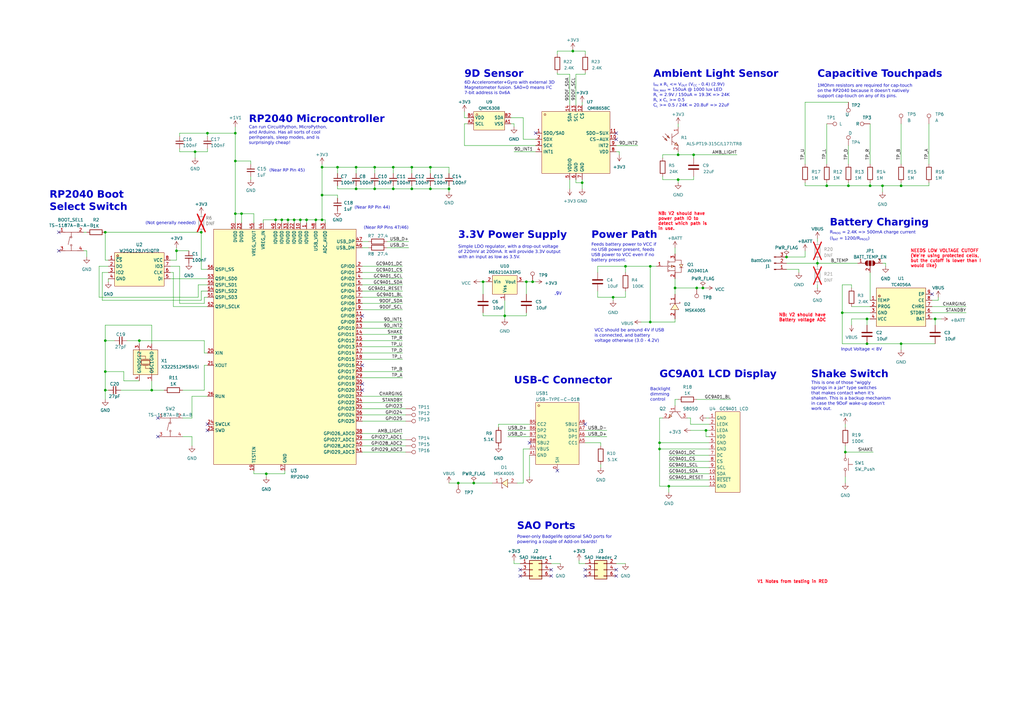
<source format=kicad_sch>
(kicad_sch (version 20230121) (generator eeschema)
  (paper "A3")
  (title_block (title "Magic 8-Badge") (date "2023-11-04") (rev "v1 ") (company "Designed by Tyler Crumpton (CrumpSpace)") (comment 1 "Copyright Tyler Crumpton, 2023 ") (comment 2 "Licensed under CERN-OHL-P version 2") (comment 3 "PhreakNIC 2023 Edition"))
  (junction (at 289.56 176.53))
  (junction (at 345.44 128.27))
  (junction (at 99.06 87.63))
  (junction (at 161.29 77.47))
  (junction (at 43.18 95.25))
  (junction (at 132.08 80.01))
  (junction (at 347.98 76.2))
  (junction (at 322.58 105.41))
  (junction (at 361.95 76.2))
  (junction (at 238.76 74.93))
  (junction (at 335.28 107.95))
  (junction (at 72.39 102.87))
  (junction (at 278.13 73.66))
  (junction (at 284.48 63.5))
  (junction (at 132.08 90.17))
  (junction (at 43.18 139.7))
  (junction (at 285.75 118.11))
  (junction (at 120.65 90.17))
  (junction (at 187.96 198.12))
  (junction (at 369.57 76.2))
  (junction (at 274.32 199.39))
  (junction (at 218.44 115.57))
  (junction (at 355.6 130.81))
  (junction (at 80.01 62.23))
  (junction (at 176.53 77.47))
  (junction (at 168.91 77.47))
  (junction (at 96.52 54.61))
  (junction (at 339.09 76.2))
  (junction (at 288.29 118.11))
  (junction (at 276.86 118.11))
  (junction (at 62.23 160.02))
  (junction (at 256.54 109.22))
  (junction (at 346.71 185.42))
  (junction (at 266.7 109.22))
  (junction (at 176.53 68.58))
  (junction (at 369.57 140.97))
  (junction (at 85.09 54.61))
  (junction (at 270.51 181.61))
  (junction (at 123.19 90.17))
  (junction (at 184.15 77.47))
  (junction (at 270.51 184.15))
  (junction (at 43.18 152.4))
  (junction (at 153.67 77.47))
  (junction (at 96.52 87.63))
  (junction (at 96.52 66.04))
  (junction (at 146.05 77.47))
  (junction (at 266.7 132.08))
  (junction (at 138.43 68.58))
  (junction (at 146.05 68.58))
  (junction (at 356.87 76.2))
  (junction (at 168.91 68.58))
  (junction (at 57.15 139.7))
  (junction (at 198.12 115.57))
  (junction (at 215.9 115.57))
  (junction (at 234.95 20.955))
  (junction (at 43.18 160.02))
  (junction (at 278.13 63.5))
  (junction (at 207.01 129.54))
  (junction (at 118.11 90.17))
  (junction (at 129.54 90.17))
  (junction (at 153.67 68.58))
  (junction (at 115.57 90.17))
  (junction (at 109.22 194.31))
  (junction (at 132.08 68.58))
  (junction (at 383.54 130.81))
  (junction (at 161.29 68.58))
  (junction (at 251.46 121.92))
  (junction (at 125.73 90.17))
  (junction (at 355.6 140.97))
  (junction (at 113.03 90.17))
  (junction (at 82.55 95.25))
  (junction (at 194.31 198.12))
  (no_connect (at 252.73 57.15))
  (no_connect (at 24.13 102.87))
  (no_connect (at 252.73 233.68))
  (no_connect (at 148.59 129.54))
  (no_connect (at 219.71 54.61))
  (no_connect (at 148.59 157.48))
  (no_connect (at 382.27 120.65))
  (no_connect (at 240.03 233.68))
  (no_connect (at 240.03 173.99))
  (no_connect (at 148.59 149.86))
  (no_connect (at 85.09 176.53))
  (no_connect (at 148.59 160.02))
  (no_connect (at 252.73 54.61))
  (no_connect (at 85.09 173.99))
  (no_connect (at 213.36 233.68))
  (no_connect (at 226.06 236.22))
  (no_connect (at 64.77 179.07))
  (no_connect (at 240.03 236.22))
  (no_connect (at 64.77 171.45))
  (no_connect (at 252.73 236.22))
  (no_connect (at 213.36 236.22))
  (no_connect (at 217.17 181.61))
  (no_connect (at 226.06 233.68))
  (no_connect (at 228.6 193.04))
  (no_connect (at 24.13 95.25))
  (wire (pts (xy 158.75 99.06) (xy 167.64 99.06)))
  (wire (pts (xy 346.71 182.88) (xy 346.71 185.42)))
  (wire (pts (xy 82.55 95.25) (xy 82.55 110.49)))
  (wire (pts (xy 109.22 194.31) (xy 116.84 194.31)))
  (wire (pts (xy 148.59 167.64) (xy 166.37 167.64)))
  (wire (pts (xy 148.59 114.3) (xy 165.1 114.3)))
  (wire (pts (xy 99.06 87.63) (xy 96.52 87.63)))
  (wire (pts (xy 276.86 163.83) (xy 276.86 166.37)))
  (wire (pts (xy 238.76 41.91) (xy 238.76 43.18)))
  (wire (pts (xy 148.59 101.6) (xy 151.13 101.6)))
  (wire (pts (xy 69.85 106.68) (xy 72.39 106.68)))
  (wire (pts (xy 148.59 124.46) (xy 165.1 124.46)))
  (wire (pts (xy 72.39 102.87) (xy 72.39 106.68)))
  (wire (pts (xy 146.05 77.47) (xy 153.67 77.47)))
  (wire (pts (xy 190.5 48.26) (xy 190.5 45.72)))
  (wire (pts (xy 176.53 68.58) (xy 184.15 68.58)))
  (wire (pts (xy 236.22 74.93) (xy 236.22 73.66)))
  (wire (pts (xy 161.29 68.58) (xy 168.91 68.58)))
  (wire (pts (xy 237.49 231.14) (xy 240.03 231.14)))
  (wire (pts (xy 289.56 176.53) (xy 289.56 179.07)))
  (wire (pts (xy 190.5 50.8) (xy 190.5 59.69)))
  (wire (pts (xy 148.59 172.72) (xy 166.37 172.72)))
  (wire (pts (xy 40.64 109.22) (xy 40.64 121.92)))
  (wire (pts (xy 384.81 123.19) (xy 384.81 121.92)))
  (wire (pts (xy 240.03 179.07) (xy 248.92 179.07)))
  (wire (pts (xy 226.06 231.14) (xy 229.87 231.14)))
  (wire (pts (xy 153.67 68.58) (xy 161.29 68.58)))
  (wire (pts (xy 104.14 194.31) (xy 109.22 194.31)))
  (wire (pts (xy 78.74 179.07) (xy 74.93 179.07)))
  (wire (pts (xy 57.15 139.7) (xy 57.15 140.97)))
  (wire (pts (xy 132.08 67.31) (xy 132.08 68.58)))
  (wire (pts (xy 214.63 57.15) (xy 219.71 57.15)))
  (wire (pts (xy 83.82 149.86) (xy 85.09 149.86)))
  (wire (pts (xy 284.48 63.5) (xy 284.48 64.77)))
  (wire (pts (xy 369.57 140.97) (xy 369.57 143.51)))
  (wire (pts (xy 330.2 67.31) (xy 330.2 41.91)))
  (wire (pts (xy 133.35 90.17) (xy 133.35 91.44)))
  (wire (pts (xy 194.31 198.12) (xy 201.93 198.12)))
  (wire (pts (xy 73.66 124.46) (xy 83.82 124.46)))
  (wire (pts (xy 208.28 179.07) (xy 217.17 179.07)))
  (wire (pts (xy 369.57 140.97) (xy 383.54 140.97)))
  (wire (pts (xy 234.95 20.955) (xy 234.95 20.32)))
  (wire (pts (xy 271.78 72.39) (xy 271.78 73.66)))
  (wire (pts (xy 35.56 102.87) (xy 35.56 105.41)))
  (wire (pts (xy 161.29 68.58) (xy 161.29 71.12)))
  (wire (pts (xy 125.73 90.17) (xy 129.54 90.17)))
  (wire (pts (xy 245.11 121.92) (xy 251.46 121.92)))
  (wire (pts (xy 132.08 68.58) (xy 138.43 68.58)))
  (wire (pts (xy 356.87 50.8) (xy 356.87 67.31)))
  (wire (pts (xy 345.44 116.84) (xy 345.44 128.27)))
  (wire (pts (xy 270.51 181.61) (xy 270.51 184.15)))
  (wire (pts (xy 34.29 102.87) (xy 35.56 102.87)))
  (wire (pts (xy 345.44 128.27) (xy 356.87 128.27)))
  (wire (pts (xy 184.15 78.74) (xy 184.15 77.47)))
  (wire (pts (xy 214.63 48.26) (xy 214.63 57.15)))
  (wire (pts (xy 138.43 80.01) (xy 138.43 81.28)))
  (wire (pts (xy 381 74.93) (xy 381 76.2)))
  (wire (pts (xy 104.14 91.44) (xy 104.14 87.63)))
  (wire (pts (xy 72.39 101.6) (xy 72.39 102.87)))
  (wire (pts (xy 330.2 74.93) (xy 330.2 76.2)))
  (wire (pts (xy 148.59 116.84) (xy 165.1 116.84)))
  (wire (pts (xy 356.87 76.2) (xy 347.98 76.2)))
  (wire (pts (xy 168.91 68.58) (xy 168.91 71.12)))
  (wire (pts (xy 104.14 87.63) (xy 99.06 87.63)))
  (wire (pts (xy 278.13 50.8) (xy 278.13 52.07)))
  (wire (pts (xy 85.09 54.61) (xy 96.52 54.61)))
  (wire (pts (xy 270.51 184.15) (xy 270.51 199.39)))
  (wire (pts (xy 327.66 111.76) (xy 327.66 110.49)))
  (wire (pts (xy 71.12 111.76) (xy 71.12 125.73)))
  (wire (pts (xy 190.5 59.69) (xy 219.71 59.69)))
  (wire (pts (xy 44.45 111.76) (xy 41.91 111.76)))
  (wire (pts (xy 276.86 104.14) (xy 276.86 101.6)))
  (wire (pts (xy 148.59 139.7) (xy 165.1 139.7)))
  (wire (pts (xy 129.54 90.17) (xy 132.08 90.17)))
  (wire (pts (xy 256.54 109.22) (xy 266.7 109.22)))
  (wire (pts (xy 107.95 90.17) (xy 113.03 90.17)))
  (wire (pts (xy 245.11 109.22) (xy 256.54 109.22)))
  (wire (pts (xy 148.59 147.32) (xy 165.1 147.32)))
  (wire (pts (xy 238.76 74.93) (xy 238.76 73.66)))
  (wire (pts (xy 132.08 80.01) (xy 132.08 90.17)))
  (wire (pts (xy 158.75 101.6) (xy 167.64 101.6)))
  (wire (pts (xy 345.44 140.97) (xy 355.6 140.97)))
  (wire (pts (xy 215.9 115.57) (xy 215.9 120.65)))
  (wire (pts (xy 198.12 128.27) (xy 198.12 129.54)))
  (wire (pts (xy 148.59 99.06) (xy 151.13 99.06)))
  (wire (pts (xy 118.11 90.17) (xy 118.11 91.44)))
  (wire (pts (xy 49.53 160.02) (xy 62.23 160.02)))
  (wire (pts (xy 40.64 109.22) (xy 44.45 109.22)))
  (wire (pts (xy 43.18 139.7) (xy 46.99 139.7)))
  (wire (pts (xy 80.01 62.23) (xy 85.09 62.23)))
  (wire (pts (xy 80.01 62.23) (xy 80.01 64.77)))
  (wire (pts (xy 330.2 102.87) (xy 330.2 105.41)))
  (wire (pts (xy 252.73 59.69) (xy 261.62 59.69)))
  (wire (pts (xy 252.73 231.14) (xy 256.54 231.14)))
  (wire (pts (xy 113.03 90.17) (xy 115.57 90.17)))
  (wire (pts (xy 138.43 68.58) (xy 146.05 68.58)))
  (wire (pts (xy 285.75 163.83) (xy 299.72 163.83)))
  (wire (pts (xy 346.71 185.42) (xy 358.14 185.42)))
  (wire (pts (xy 274.32 191.77) (xy 290.83 191.77)))
  (wire (pts (xy 215.9 128.27) (xy 215.9 129.54)))
  (wire (pts (xy 99.06 91.44) (xy 99.06 87.63)))
  (wire (pts (xy 240.03 30.48) (xy 240.03 29.845)))
  (wire (pts (xy 191.77 50.8) (xy 190.5 50.8)))
  (wire (pts (xy 339.09 74.93) (xy 339.09 76.2)))
  (wire (pts (xy 274.32 196.85) (xy 290.83 196.85)))
  (wire (pts (xy 345.44 116.84) (xy 349.25 116.84)))
  (wire (pts (xy 44.45 114.3) (xy 44.45 115.57)))
  (wire (pts (xy 274.32 189.23) (xy 290.83 189.23)))
  (wire (pts (xy 284.48 63.5) (xy 302.26 63.5)))
  (wire (pts (xy 361.95 76.2) (xy 356.87 76.2)))
  (wire (pts (xy 256.54 119.38) (xy 256.54 121.92)))
  (wire (pts (xy 274.32 199.39) (xy 290.83 199.39)))
  (wire (pts (xy 85.09 162.56) (xy 78.74 162.56)))
  (wire (pts (xy 96.52 54.61) (xy 96.52 66.04)))
  (wire (pts (xy 73.66 60.96) (xy 73.66 62.23)))
  (wire (pts (xy 271.78 171.45) (xy 270.51 171.45)))
  (wire (pts (xy 207.01 123.19) (xy 207.01 129.54)))
  (wire (pts (xy 215.9 129.54) (xy 207.01 129.54)))
  (wire (pts (xy 148.59 142.24) (xy 165.1 142.24)))
  (wire (pts (xy 41.91 111.76) (xy 41.91 123.19)))
  (wire (pts (xy 73.66 62.23) (xy 80.01 62.23)))
  (wire (pts (xy 153.67 68.58) (xy 153.67 71.12)))
  (wire (pts (xy 146.05 76.2) (xy 146.05 77.47)))
  (wire (pts (xy 43.18 160.02) (xy 43.18 163.83)))
  (wire (pts (xy 270.51 171.45) (xy 270.51 181.61)))
  (wire (pts (xy 148.59 170.18) (xy 166.37 170.18)))
  (wire (pts (xy 355.6 140.97) (xy 369.57 140.97)))
  (wire (pts (xy 355.6 133.35) (xy 355.6 130.81)))
  (wire (pts (xy 356.87 74.93) (xy 356.87 76.2)))
  (wire (pts (xy 346.71 195.58) (xy 346.71 198.12)))
  (wire (pts (xy 290.83 176.53) (xy 289.56 176.53)))
  (wire (pts (xy 82.55 110.49) (xy 85.09 110.49)))
  (wire (pts (xy 116.84 194.31) (xy 116.84 193.04)))
  (wire (pts (xy 369.57 76.2) (xy 361.95 76.2)))
  (wire (pts (xy 198.12 129.54) (xy 207.01 129.54)))
  (wire (pts (xy 361.95 76.2) (xy 361.95 78.74)))
  (wire (pts (xy 78.74 162.56) (xy 78.74 171.45)))
  (wire (pts (xy 96.52 66.04) (xy 96.52 87.63)))
  (wire (pts (xy 83.82 160.02) (xy 83.82 149.86)))
  (wire (pts (xy 148.59 162.56) (xy 165.1 162.56)))
  (wire (pts (xy 382.27 123.19) (xy 384.81 123.19)))
  (wire (pts (xy 148.59 152.4) (xy 165.1 152.4)))
  (wire (pts (xy 335.28 97.79) (xy 335.28 99.06)))
  (wire (pts (xy 339.09 50.8) (xy 339.09 67.31)))
  (wire (pts (xy 246.38 181.61) (xy 246.38 182.88)))
  (wire (pts (xy 146.05 68.58) (xy 146.05 71.12)))
  (wire (pts (xy 184.15 198.12) (xy 187.96 198.12)))
  (wire (pts (xy 168.91 76.2) (xy 168.91 77.47)))
  (wire (pts (xy 251.46 121.92) (xy 256.54 121.92)))
  (wire (pts (xy 271.78 73.66) (xy 278.13 73.66)))
  (wire (pts (xy 72.39 102.87) (xy 77.47 102.87)))
  (wire (pts (xy 339.09 76.2) (xy 347.98 76.2)))
  (wire (pts (xy 113.03 90.17) (xy 113.03 91.44)))
  (wire (pts (xy 369.57 74.93) (xy 369.57 76.2)))
  (wire (pts (xy 382.27 128.27) (xy 396.24 128.27)))
  (wire (pts (xy 148.59 180.34) (xy 166.37 180.34)))
  (wire (pts (xy 148.59 134.62) (xy 165.1 134.62)))
  (wire (pts (xy 236.22 30.48) (xy 240.03 30.48)))
  (wire (pts (xy 82.55 119.38) (xy 85.09 119.38)))
  (wire (pts (xy 245.11 119.38) (xy 245.11 121.92)))
  (wire (pts (xy 148.59 127) (xy 165.1 127)))
  (wire (pts (xy 322.58 107.95) (xy 335.28 107.95)))
  (wire (pts (xy 62.23 133.35) (xy 62.23 140.97)))
  (wire (pts (xy 204.47 173.99) (xy 204.47 175.26)))
  (wire (pts (xy 176.53 77.47) (xy 184.15 77.47)))
  (wire (pts (xy 238.76 77.47) (xy 238.76 74.93)))
  (wire (pts (xy 330.2 105.41) (xy 322.58 105.41)))
  (wire (pts (xy 62.23 160.02) (xy 67.31 160.02)))
  (wire (pts (xy 363.22 109.22) (xy 363.22 107.95)))
  (wire (pts (xy 233.68 30.48) (xy 233.68 43.18)))
  (wire (pts (xy 212.09 198.12) (xy 214.63 198.12)))
  (wire (pts (xy 236.22 30.48) (xy 236.22 43.18)))
  (wire (pts (xy 349.25 118.11) (xy 349.25 116.84)))
  (wire (pts (xy 383.54 130.81) (xy 386.08 130.81)))
  (wire (pts (xy 102.87 72.39) (xy 102.87 73.66)))
  (wire (pts (xy 104.14 193.04) (xy 104.14 194.31)))
  (wire (pts (xy 187.96 198.12) (xy 194.31 198.12)))
  (wire (pts (xy 246.38 190.5) (xy 246.38 191.77)))
  (wire (pts (xy 356.87 111.76) (xy 356.87 123.19)))
  (wire (pts (xy 69.85 109.22) (xy 73.66 109.22)))
  (wire (pts (xy 349.25 125.73) (xy 356.87 125.73)))
  (wire (pts (xy 184.15 68.58) (xy 184.15 71.12)))
  (wire (pts (xy 284.48 73.66) (xy 284.48 72.39)))
  (wire (pts (xy 233.68 30.48) (xy 228.6 30.48)))
  (wire (pts (xy 96.52 87.63) (xy 96.52 91.44)))
  (wire (pts (xy 83.82 121.92) (xy 85.09 121.92)))
  (wire (pts (xy 270.51 199.39) (xy 274.32 199.39)))
  (wire (pts (xy 210.82 50.8) (xy 209.55 50.8)))
  (wire (pts (xy 271.78 63.5) (xy 271.78 64.77)))
  (wire (pts (xy 270.51 181.61) (xy 290.83 181.61)))
  (wire (pts (xy 349.25 130.81) (xy 349.25 133.35)))
  (wire (pts (xy 40.64 121.92) (xy 81.28 121.92)))
  (wire (pts (xy 347.98 76.2) (xy 347.98 74.93)))
  (wire (pts (xy 43.18 95.25) (xy 82.55 95.25)))
  (wire (pts (xy 196.85 115.57) (xy 198.12 115.57)))
  (wire (pts (xy 81.28 121.92) (xy 81.28 116.84)))
  (wire (pts (xy 381 50.8) (xy 381 67.31)))
  (wire (pts (xy 274.32 194.31) (xy 290.83 194.31)))
  (wire (pts (xy 107.95 91.44) (xy 107.95 90.17)))
  (wire (pts (xy 43.18 139.7) (xy 43.18 152.4)))
  (wire (pts (xy 43.18 152.4) (xy 43.18 160.02)))
  (wire (pts (xy 115.57 90.17) (xy 115.57 91.44)))
  (wire (pts (xy 283.21 173.99) (xy 290.83 173.99)))
  (wire (pts (xy 176.53 68.58) (xy 176.53 71.12)))
  (wire (pts (xy 270.51 184.15) (xy 290.83 184.15)))
  (wire (pts (xy 73.66 55.88) (xy 73.66 54.61)))
  (wire (pts (xy 153.67 76.2) (xy 153.67 77.47)))
  (wire (pts (xy 234.95 20.955) (xy 240.03 20.955)))
  (wire (pts (xy 209.55 48.26) (xy 214.63 48.26)))
  (wire (pts (xy 276.86 132.08) (xy 276.86 130.81)))
  (wire (pts (xy 102.87 67.31) (xy 102.87 66.04)))
  (wire (pts (xy 228.6 22.225) (xy 228.6 20.955)))
  (wire (pts (xy 246.38 181.61) (xy 240.03 181.61)))
  (wire (pts (xy 148.59 182.88) (xy 166.37 182.88)))
  (wire (pts (xy 330.2 76.2) (xy 339.09 76.2)))
  (wire (pts (xy 176.53 76.2) (xy 176.53 77.47)))
  (wire (pts (xy 382.27 125.73) (xy 396.24 125.73)))
  (wire (pts (xy 148.59 121.92) (xy 165.1 121.92)))
  (wire (pts (xy 148.59 154.94) (xy 165.1 154.94)))
  (wire (pts (xy 240.03 176.53) (xy 248.92 176.53)))
  (wire (pts (xy 184.15 76.2) (xy 184.15 77.47)))
  (wire (pts (xy 369.57 50.8) (xy 369.57 67.31)))
  (wire (pts (xy 148.59 119.38) (xy 165.1 119.38)))
  (wire (pts (xy 278.13 73.66) (xy 278.13 74.93)))
  (wire (pts (xy 69.85 111.76) (xy 71.12 111.76)))
  (wire (pts (xy 168.91 68.58) (xy 176.53 68.58)))
  (wire (pts (xy 78.74 171.45) (xy 74.93 171.45)))
  (wire (pts (xy 161.29 76.2) (xy 161.29 77.47)))
  (wire (pts (xy 276.86 114.3) (xy 276.86 118.11)))
  (wire (pts (xy 254 62.23) (xy 252.73 62.23)))
  (wire (pts (xy 210.82 62.23) (xy 219.71 62.23)))
  (wire (pts (xy 85.09 62.23) (xy 85.09 60.96)))
  (wire (pts (xy 120.65 91.44) (xy 120.65 90.17)))
  (wire (pts (xy 233.68 73.66) (xy 233.68 77.47)))
  (wire (pts (xy 73.66 54.61) (xy 85.09 54.61)))
  (wire (pts (xy 208.28 176.53) (xy 217.17 176.53)))
  (wire (pts (xy 285.75 118.11) (xy 288.29 118.11)))
  (wire (pts (xy 288.29 118.11) (xy 289.56 118.11)))
  (wire (pts (xy 262.89 132.08) (xy 266.7 132.08)))
  (wire (pts (xy 138.43 77.47) (xy 138.43 76.2)))
  (wire (pts (xy 148.59 137.16) (xy 165.1 137.16)))
  (wire (pts (xy 237.49 229.87) (xy 237.49 231.14)))
  (wire (pts (xy 71.12 125.73) (xy 85.09 125.73)))
  (wire (pts (xy 109.22 194.31) (xy 109.22 195.58)))
  (wire (pts (xy 43.18 139.7) (xy 43.18 133.35)))
  (wire (pts (xy 132.08 68.58) (xy 132.08 80.01)))
  (wire (pts (xy 266.7 132.08) (xy 276.86 132.08)))
  (wire (pts (xy 148.59 144.78) (xy 165.1 144.78)))
  (wire (pts (xy 289.56 171.45) (xy 290.83 171.45)))
  (wire (pts (xy 276.86 163.83) (xy 278.13 163.83)))
  (wire (pts (xy 278.13 63.5) (xy 271.78 63.5)))
  (wire (pts (xy 62.23 156.21) (xy 62.23 160.02)))
  (wire (pts (xy 345.44 128.27) (xy 345.44 140.97)))
  (wire (pts (xy 148.59 185.42) (xy 166.37 185.42)))
  (wire (pts (xy 210.82 231.14) (xy 213.36 231.14)))
  (wire (pts (xy 349.25 130.81) (xy 355.6 130.81)))
  (wire (pts (xy 191.77 48.26) (xy 190.5 48.26)))
  (wire (pts (xy 73.66 109.22) (xy 73.66 124.46)))
  (wire (pts (xy 278.13 73.66) (xy 284.48 73.66)))
  (wire (pts (xy 215.9 115.57) (xy 218.44 115.57)))
  (wire (pts (xy 85.09 54.61) (xy 85.09 55.88)))
  (wire (pts (xy 43.18 106.68) (xy 43.18 95.25)))
  (wire (pts (xy 254 63.5) (xy 254 62.23)))
  (wire (pts (xy 82.55 123.19) (xy 82.55 119.38)))
  (wire (pts (xy 276.86 118.11) (xy 276.86 120.65)))
  (wire (pts (xy 266.7 109.22) (xy 266.7 132.08)))
  (wire (pts (xy 335.28 106.68) (xy 335.28 107.95)))
  (wire (pts (xy 207.01 129.54) (xy 207.01 130.81)))
  (wire (pts (xy 217.17 184.15) (xy 214.63 184.15)))
  (wire (pts (xy 35.56 95.25) (xy 34.29 95.25)))
  (wire (pts (xy 69.85 114.3) (xy 85.09 114.3)))
  (wire (pts (xy 217.17 186.69) (xy 217.17 195.58)))
  (wire (pts (xy 238.76 74.93) (xy 236.22 74.93)))
  (wire (pts (xy 214.63 184.15) (xy 214.63 198.12)))
  (wire (pts (xy 276.86 118.11) (xy 285.75 118.11)))
  (wire (pts (xy 228.6 20.955) (xy 234.95 20.955)))
  (wire (pts (xy 198.12 115.57) (xy 199.39 115.57)))
  (wire (pts (xy 96.52 66.04) (xy 102.87 66.04)))
  (wire (pts (xy 123.19 90.17) (xy 123.19 91.44)))
  (wire (pts (xy 129.54 90.17) (xy 129.54 91.44)))
  (wire (pts (xy 85.09 144.78) (xy 83.82 144.78)))
  (wire (pts (xy 138.43 68.58) (xy 138.43 71.12)))
  (wire (pts (xy 153.67 77.47) (xy 161.29 77.47)))
  (wire (pts (xy 120.65 90.17) (xy 123.19 90.17)))
  (wire (pts (xy 251.46 123.19) (xy 251.46 121.92)))
  (wire (pts (xy 266.7 109.22) (xy 269.24 109.22)))
  (wire (pts (xy 146.05 68.58) (xy 153.67 68.58)))
  (wire (pts (xy 146.05 77.47) (xy 138.43 77.47)))
  (wire (pts (xy 256.54 109.22) (xy 256.54 111.76)))
  (wire (pts (xy 335.28 116.84) (xy 335.28 118.11)))
  (wire (pts (xy 81.28 116.84) (xy 85.09 116.84)))
  (wire (pts (xy 215.9 115.57) (xy 214.63 115.57)))
  (wire (pts (xy 57.15 139.7) (xy 83.82 139.7)))
  (wire (pts (xy 283.21 176.53) (xy 289.56 176.53)))
  (wire (pts (xy 274.32 199.39) (xy 274.32 201.93)))
  (wire (pts (xy 148.59 177.8) (xy 165.1 177.8)))
  (wire (pts (xy 125.73 90.17) (xy 125.73 91.44)))
  (wire (pts (xy 161.29 77.47) (xy 168.91 77.47)))
  (wire (pts (xy 327.66 110.49) (xy 322.58 110.49)))
  (wire (pts (xy 381 76.2) (xy 369.57 76.2)))
  (wire (pts (xy 52.07 139.7) (xy 57.15 139.7)))
  (wire (pts (xy 355.6 130.81) (xy 356.87 130.81)))
  (wire (pts (xy 168.91 77.47) (xy 176.53 77.47)))
  (wire (pts (xy 217.17 173.99) (xy 204.47 173.99)))
  (wire (pts (xy 198.12 115.57) (xy 198.12 120.65)))
  (wire (pts (xy 278.13 62.23) (xy 278.13 63.5)))
  (wire (pts (xy 274.32 186.69) (xy 290.83 186.69)))
  (wire (pts (xy 123.19 90.17) (xy 125.73 90.17)))
  (wire (pts (xy 346.71 173.99) (xy 346.71 175.26)))
  (wire (pts (xy 210.82 52.07) (xy 210.82 50.8)))
  (wire (pts (xy 335.28 107.95) (xy 335.28 109.22)))
  (wire (pts (xy 278.13 63.5) (xy 284.48 63.5)))
  (wire (pts (xy 283.21 171.45) (xy 283.21 173.99)))
  (wire (pts (xy 148.59 109.22) (xy 165.1 109.22)))
  (wire (pts (xy 347.98 59.69) (xy 347.98 67.31)))
  (wire (pts (xy 74.93 160.02) (xy 83.82 160.02)))
  (wire (pts (xy 382.27 130.81) (xy 383.54 130.81)))
  (wire (pts (xy 132.08 90.17) (xy 133.35 90.17)))
  (wire (pts (xy 43.18 133.35) (xy 62.23 133.35)))
  (wire (pts (xy 148.59 132.08) (xy 165.1 132.08)))
  (wire (pts (xy 83.82 124.46) (xy 83.82 121.92)))
  (wire (pts (xy 245.11 111.76) (xy 245.11 109.22)))
  (wire (pts (xy 118.11 90.17) (xy 120.65 90.17)))
  (wire (pts (xy 240.03 20.955) (xy 240.03 22.225)))
  (wire (pts (xy 283.21 171.45) (xy 281.94 171.45)))
  (wire (pts (xy 289.56 179.07) (xy 290.83 179.07)))
  (wire (pts (xy 148.59 111.76) (xy 165.1 111.76)))
  (wire (pts (xy 115.57 90.17) (xy 118.11 90.17)))
  (wire (pts (xy 148.59 165.1) (xy 165.1 165.1)))
  (wire (pts (xy 132.08 80.01) (xy 138.43 80.01)))
  (wire (pts (xy 41.91 123.19) (xy 82.55 123.19)))
  (wire (pts (xy 363.22 107.95) (xy 361.95 107.95)))
  (wire (pts (xy 43.18 160.02) (xy 44.45 160.02)))
  (wire (pts (xy 218.44 115.57) (xy 219.71 115.57)))
  (wire (pts (xy 383.54 133.35) (xy 383.54 130.81)))
  (wire (pts (xy 96.52 52.07) (xy 96.52 54.61)))
  (wire (pts (xy 228.6 29.845) (xy 228.6 30.48)))
  (wire (pts (xy 50.8 152.4) (xy 43.18 152.4)))
  (wire (pts (xy 83.82 139.7) (xy 83.82 144.78)))
  (wire (pts (xy 78.74 182.88) (xy 78.74 179.07)))
  (wire (pts (xy 330.2 41.91) (xy 347.98 41.91)))
  (wire (pts (xy 44.45 106.68) (xy 43.18 106.68)))
  (wire (pts (xy 50.8 156.21) (xy 57.15 156.21)))
  (wire (pts (xy 210.82 229.87) (xy 210.82 231.14)))
  (wire (pts (xy 335.28 107.95) (xy 351.79 107.95)))
  (wire (pts (xy 50.8 156.21) (xy 50.8 152.4)))
  (text "I_{PH} x R_{L} <= V_{OUT} (V_{CC} - 0.4) (2.9V)\nI_{PH_MAX} = 150uA @ 1000 lux LED\nR_{L} = 2.9V / 150uA = 19.3K => 24K\nR_{L} x C_{L} >= 0.5\nC_{L} >= 0.5 / 24K = 20.8uF => 22uF" (at 267.97 44.45 0) (effects (font (size 1.27 1.27)) (justify left bottom)))
  (text "Power Path" (at 242.57 99.06 0) (effects (font (size 3 3) (thickness 0.254) bold) (justify left bottom)))
  (text "USB-C Connector" (at 210.82 158.75 0) (effects (font (size 3 3) (thickness 0.254) bold) (justify left bottom)))
  (text "(Not generally needed)" (at 59.69 92.71 0) (effects (font (size 1.27 1.27)) (justify left bottom)))
  (text "(Near RP Pin 45)" (at 110.49 71.12 0) (effects (font (size 1.27 1.27)) (justify left bottom)))
  (text "Battery Charging" (at 340.36 93.98 0) (effects (font (size 3 3) (thickness 0.254) bold) (justify left bottom)))
  (text "(I_{BAT} = 1200/R_{PROG})" (at 340.36 99.06 0) (effects (font (size 1.27 1.27) italic) (justify left bottom)))
  (text "1MOhm resistors are required for cap-touch\non the RP2040 because it doesn't natively\nsupport cap-touch on any of its pins." (at 335.28 40.64 0) (effects (font (size 1.27 1.27)) (justify left bottom)))
  (text "NB: V2 should have\npower path IO to \ndetect which path is\nin use." (at 269.875 94.615 0) (effects (font (size 1.27 1.27) (thickness 0.254) bold) (justify left bottom)))
  (text "Input Voltage < 8V" (at 344.932 144.526 0) (effects (font (size 1.27 1.27)) (justify left bottom)))
  (text "Can run CircuitPython, MicroPython,\nand Arduino. Has all sorts of cool\nperihperals, sleep modes, and is\nsurprisingly cheap!" (at 102.108 59.817 0) (effects (font (size 1.27 1.27)) (justify left bottom)))
  (text "R_{PROG} = 2.4K => 500mA charge current" (at 340.36 96.52 0) (effects (font (size 1.27 1.27)) (justify left bottom)))
  (text "Power-only Badgelife optional SAO ports for\npowering a couple of Add-on boards!" (at 212.09 223.52 0) (effects (font (size 1.27 1.27)) (justify left bottom)))
  (text "RP2040 Boot\nSelect Switch\n" (at 20.32 87.63 0) (effects (font (size 3 3) (thickness 0.254) bold) (justify left bottom)))
  (text "Shake Switch" (at 332.74 156.21 0) (effects (font (size 3 3) (thickness 0.254) bold) (justify left bottom)))
  (text "9D Sensor" (at 190.5 33.02 0) (effects (font (size 3 3) (thickness 0.254) bold) (justify left bottom)))
  (text ".9V" (at 227.33 121.285 0) (effects (font (size 1.27 1.27)) (justify left bottom)))
  (text "GC9A01 LCD Display" (at 270.51 156.21 0) (effects (font (size 3 3) (thickness 0.254) bold) (justify left bottom)))
  (text "Simple LDO regulator, with a drop-out voltage\nof 220mV at 200mA. It will provide 3.3V output\nwith an input as low as 3.5V." (at 187.96 106.68 0) (effects (font (size 1.27 1.27)) (justify left bottom)))
  (text "SAO Ports" (at 212.09 218.44 0) (effects (font (size 3 3) (thickness 0.254) bold) (justify left bottom)))
  (text "NB: V2 should have\nBattery voltage ADC" (at 319.405 132.08 0) (effects (font (size 1.27 1.27) (thickness 0.254) bold) (justify left bottom)))
  (text "(Near RP Pins 47/46)" (at 149.225 94.615 0) (effects (font (size 1.27 1.27)) (justify left bottom)))
  (text "RP2040 Microcontroller" (at 102.108 51.562 0) (effects (font (size 3 3) (thickness 0.254) bold) (justify left bottom)))
  (text "VCC should be around 4V if USB\nis connected, and battery\nvoltage otherwise (3.0 - 4.2V)" (at 243.84 140.97 0) (effects (font (size 1.27 1.27)) (justify left bottom)))
  (text "Capacitive Touchpads" (at 335.28 33.02 0) (effects (font (size 3 3) (thickness 0.254) bold) (justify left bottom)))
  (text "Feeds battery power to VCC if\nno USB power present, feeds \nUSB power to VCC even if no \nbattery present." (at 242.57 107.95 0) (effects (font (size 1.27 1.27)) (justify left bottom)))
  (text "Ambient Light Sensor" (at 267.97 33.02 0) (effects (font (size 3 3) (thickness 0.254) bold) (justify left bottom)))
  (text "3.3V Power Supply" (at 187.96 99.06 0) (effects (font (size 3 3) (thickness 0.254) bold) (justify left bottom)))
  (text "Backlight \ndimming\ncontrol" (at 266.7 165.1 0) (effects (font (size 1.27 1.27)) (justify left bottom)))
  (text "V1 Notes from testing in RED" (at 310.515 239.395 0) (effects (font (size 1.27 1.27) (thickness 0.254) bold) (justify left bottom)))
  (text "NEEDS LOW VOLTAGE CUTOFF\n(We're using protected cells,\nbut the cutoff is lower than I\nwould like)" (at 373.38 109.855 0) (effects (font (size 1.27 1.27) (thickness 0.254) bold) (justify left bottom)))
  (text "This is one of those \"wiggly\nsprings in a jar\" type switches\nthat makes contact when it's\nshaken. This is a backup mechanism\nin case the 9DoF wake-up doesn't\nwork out." (at 332.74 168.91 0) (effects (font (size 1.27 1.27)) (justify left bottom)))
  (text "6D Accelerometer+Gyro with external 3D\nMagnetometer fusion. SA0=0 means I^{2}C \n7-bit address is 0x6A " (at 190.5 39.37 0) (effects (font (size 1.27 1.27)) (justify left bottom)))
  (text "(Near RP Pin 44)" (at 145.415 86.36 0) (effects (font (size 1.27 1.27)) (justify left bottom)))
  (label "TP_U" (at 330.2 60.96 270))
  (label "9D_INT1" (at 210.82 62.23 0))
  (label "GPIO29_ADC3" (at 165.1 185.42 180))
  (label "TP_R" (at 356.87 60.96 270))
  (label "GC9A01_SCL" (at 165.1 114.3 180))
  (label "GPIO28_ADC2" (at 165.1 182.88 180))
  (label "GC9A01_RESET" (at 274.32 196.85 0))
  (label "TP_B" (at 369.57 60.96 270))
  (label "USB_D-" (at 167.64 101.6 180))
  (label "CHARGING" (at 165.1 162.56 180))
  (label "GPIO27_ADC1" (at 165.1 180.34 180))
  (label "SHAKE" (at 358.14 185.42 180))
  (label "GC9A01_DC" (at 274.32 186.69 0))
  (label "SHAKE" (at 165.1 137.16 180))
  (label "GC9A01_SDA" (at 165.1 116.84 180))
  (label "STANDBY" (at 396.24 128.27 180))
  (label "GPIO23" (at 165.1 167.64 180))
  (label "9D_INT2" (at 261.62 59.69 180))
  (label "TP_L" (at 165.1 147.32 180))
  (label "TP_L" (at 339.09 60.96 270))
  (label "TP_D" (at 347.98 60.96 270))
  (label "TP_A" (at 165.1 154.94 180))
  (label "GPIO25" (at 165.1 172.72 180))
  (label "TP_U" (at 165.1 142.24 180))
  (label "AMB_LIGHT" (at 165.1 177.8 180))
  (label "9D_INT1" (at 165.1 132.08 180))
  (label "USB_D-" (at 248.92 176.53 180))
  (label "GC9A01_RESET" (at 165.1 119.38 180))
  (label "USB_D-" (at 208.28 179.07 0))
  (label "STANDBY" (at 165.1 165.1 180))
  (label "GC9A01_CS" (at 274.32 189.23 0))
  (label "GC9A01_BL" (at 165.1 121.92 180))
  (label "GC9A01_CS" (at 165.1 111.76 180))
  (label "USB_D+" (at 208.28 176.53 0))
  (label "9DOF_SDA" (at 165.1 124.46 180))
  (label "9D_INT2" (at 165.1 134.62 180))
  (label "9DOF_SDA" (at 233.68 31.75 270))
  (label "TP_R" (at 165.1 139.7 180))
  (label "CHARGING" (at 396.24 125.73 180))
  (label "AMB_LIGHT" (at 302.26 63.5 180))
  (label "USB_D+" (at 248.92 179.07 180))
  (label "9DOF_SCL" (at 236.22 31.75 270))
  (label "B_TEMP" (at 347.98 107.95 180))
  (label "TP_D" (at 165.1 144.78 180))
  (label "GPIO24" (at 165.1 170.18 180))
  (label "9DOF_SCL" (at 165.1 127 180))
  (label "TP_A" (at 381 60.96 270))
  (label "USB_D+" (at 167.64 99.06 180))
  (label "GC9A01_SDA" (at 274.32 194.31 0))
  (label "TP_B" (at 165.1 152.4 180))
  (label "GC9A01_SCL" (at 274.32 191.77 0))
  (label "GC9A01_DC" (at 165.1 109.22 180))
  (label "GC9A01_BL" (at 299.72 163.83 180))
  (symbol (lib_id "power:+3V3") (at 82.55 87.63 0) (unit 1)
    (property "Reference" "#PWR024" (effects hide))
    (property "Value" "+3V3" (at 82.55 83.82 0))
  )
  (symbol (lib_id "power:+BATT") (at 386.08 130.81 270) (unit 1)
    (property "Reference" "#PWR09" (effects hide))
    (property "Value" "+BATT" (at 389.89 131.4449 90) (effects (justify left)))
  )
  (symbol (lib_id "power:+BATT") (at 330.2 102.87 0) (unit 1)
    (property "Reference" "#PWR060" (effects hide))
    (property "Value" "+BATT" (at 330.2 99.06 0))
  )
  (symbol (lib_id "Device:R") (at 381 71.12 0) (unit 1)
    (property "Reference" "R16" (at 383.54 70.4849 0) (effects (justify left)))
    (property "Value" "1M" (at 383.54 73.0249 0) (effects (justify left)))
    (property "Footprint" "Resistor_SMD:R_0603_1608Metric_Pad0.98x0.95mm_HandSolder" (effects hide))
    (property "LCSC Part #" "C22935" (effects hide))
  )
  (symbol (lib_id "power:+1V1") (at 96.52 52.07 0) (unit 1)
    (property "Reference" "#PWR031" (effects hide))
    (property "Value" "+1V1" (at 96.52 48.26 0))
  )
  (symbol (lib_id "power:GND") (at 229.87 231.14 0) (unit 1)
    (property "Reference" "#PWR08" (effects hide))
    (property "Value" "GND" (at 229.87 236.22 0))
  )
  (symbol (lib_id "Connector:TestPoint") (at 187.96 198.12 180) (unit 1)
    (property "Reference" "TP7" (at 190.5 202.0569 0) (effects (justify right)))
    (property "Value" "TestPoint" (effects hide))
    (property "Footprint" "TestPoint:TestPoint_Pad_D1.0mm" (effects hide))
  )
  (symbol (lib_id "Device:C") (at 383.54 137.16 0) (unit 1)
    (property "Reference" "C3" (at 387.35 136.525 0) (effects (justify left)))
    (property "Value" "10uF" (at 387.35 139.065 0) (effects (justify left)))
    (property "Footprint" "Capacitor_SMD:C_0603_1608Metric_Pad1.08x0.95mm_HandSolder" (effects hide))
    (property "LCSC Part #" "C19702" (effects hide))
  )
  (symbol (lib_id "Device:C_Small") (at 46.99 160.02 90) (unit 1)
    (property "Reference" "C20" (at 46.99 157.48 90))
    (property "Value" "27pF" (at 46.99 162.56 90))
    (property "Footprint" "Capacitor_SMD:C_0603_1608Metric_Pad1.08x0.95mm_HandSolder" (effects hide))
    (property "LCSC Part #" "C302064" (effects hide))
  )
  (symbol (lib_id "Device:R") (at 335.28 102.87 0) (unit 1) (in_bom no) (on_board no) (dnp yes)
    (property "Reference" "R20" (at 337.82 102.2349 0) (effects (justify left)))
    (property "Value" "DNF" (at 337.82 104.7749 0) (effects (justify left)))
    (property "Footprint" "Capacitor_SMD:C_0603_1608Metric_Pad1.08x0.95mm_HandSolder" (effects hide))
  )
  (symbol (lib_id "Device:R") (at 204.47 179.07 0) (unit 1)
    (property "Reference" "R9" (at 199.39 177.8 0) (effects (justify left)))
    (property "Value" "5.1K" (at 198.12 180.34 0) (effects (justify left)))
    (property "Footprint" "Resistor_SMD:R_0603_1608Metric_Pad0.98x0.95mm_HandSolder" (effects hide))
    (property "LCSC Part #" "C23186" (effects hide))
  )
  (symbol (lib_id "Device:R") (at 256.54 115.57 0) (unit 1)
    (property "Reference" "R4" (at 259.08 114.9349 0) (effects (justify left)))
    (property "Value" "100K" (at 259.08 117.4749 0) (effects (justify left)))
    (property "Footprint" "Resistor_SMD:R_0603_1608Metric_Pad0.98x0.95mm_HandSolder" (effects hide))
    (property "LCSC Part #" "C25803" (effects hide))
  )
  (symbol (lib_id "power:PWR_FLAG") (at 194.31 198.12 0) (unit 1)
    (property "Reference" "#FLG03" (effects hide))
    (property "Value" "PWR_FLAG" (at 194.31 194.31 0))
  )
  (symbol (lib_id "Connector:Conn_01x03_Pin") (at 317.5 107.95 0) (mirror x) (unit 1)
    (property "Reference" "J1" (at 314.96 109.22 0))
    (property "Value" "BattConn" (at 312.166 106.934 0))
    (property "Footprint" "lcsc:CONN-TH_3P-P1.25_HDGC_HDGC1251WR-3P" (effects hide))
  )
  (symbol (lib_id "power:GND") (at 363.22 109.22 0) (unit 1)
    (property "Reference" "#PWR044" (effects hide))
    (property "Value" "GND" (at 363.22 114.3 0))
  )
  (symbol (lib_id "power:+3V3") (at 346.71 173.99 0) (unit 1)
    (property "Reference" "#PWR041" (effects hide))
    (property "Value" "+3V3" (at 346.71 170.18 0))
  )
  (symbol (lib_id "power:+3V3") (at 233.68 77.47 180) (unit 1)
    (property "Reference" "#PWR017" (effects hide))
    (property "Value" "+3V3" (at 233.68 82.55 0))
  )
  (symbol (lib_id "power:GND") (at 109.22 195.58 0) (unit 1)
    (property "Reference" "#PWR034" (effects hide))
    (property "Value" "GND" (at 109.22 200.66 0))
  )
  (symbol (lib_id "power:+3V3") (at 219.71 115.57 270) (unit 1)
    (property "Reference" "#PWR023" (effects hide))
    (property "Value" "+3V3" (at 223.52 116.205 90) (effects (justify left)))
  )
  (symbol (lib_id "power:+3V3") (at 190.5 45.72 0) (unit 1)
    (property "Reference" "#PWR015" (effects hide))
    (property "Value" "+3V3" (at 190.5 41.91 0))
  )
  (symbol (lib_id "power:GND") (at 207.01 130.81 0) (unit 1)
    (property "Reference" "#PWR021" (effects hide))
    (property "Value" "GND" (at 207.01 135.89 0))
  )
  (symbol (lib_id "Device:C_Small") (at 138.43 83.82 0) (unit 1)
    (property "Reference" "C18" (at 140.97 83.1912 0) (effects (justify left)))
    (property "Value" "1uF" (at 140.97 85.7312 0) (effects (justify left)))
    (property "Footprint" "Capacitor_SMD:C_0603_1608Metric_Pad1.08x0.95mm_HandSolder" (effects hide))
    (property "LCSC Part #" "C15849" (effects hide))
  )
  (symbol (lib_id "power:GND") (at 289.56 171.45 270) (unit 1)
    (property "Reference" "#PWR039" (effects hide))
    (property "Value" "GND" (effects hide))
  )
  (symbol (lib_id "power:GND") (at 78.74 182.88 0) (unit 1)
    (property "Reference" "#PWR035" (effects hide))
    (property "Value" "GND" (at 78.74 187.96 0))
  )
  (symbol (lib_id "Device:C_Small") (at 73.66 58.42 0) (unit 1)
    (property "Reference" "C16" (at 74.93 57.15 0) (effects (justify left)))
    (property "Value" "100nF" (at 74.93 59.69 0) (effects (justify left)))
    (property "Footprint" "Capacitor_SMD:C_0603_1608Metric_Pad1.08x0.95mm_HandSolder" (effects hide))
    (property "LCSC Part #" "C14663" (effects hide))
  )
  (symbol (lib_id "Device:R") (at 347.98 71.12 0) (unit 1)
    (property "Reference" "R13" (at 350.52 70.4849 0) (effects (justify left)))
    (property "Value" "1M" (at 350.52 73.0249 0) (effects (justify left)))
    (property "Footprint" "Resistor_SMD:R_0603_1608Metric_Pad0.98x0.95mm_HandSolder" (effects hide))
    (property "LCSC Part #" "C22935" (effects hide))
  )
  (symbol (lib_id "power:GND") (at 274.32 201.93 0) (unit 1)
    (property "Reference" "#PWR036" (effects hide))
    (property "Value" "GND" (at 274.32 206.502 0))
  )
  (symbol (lib_id "power:GND") (at 246.38 191.77 0) (unit 1)
    (property "Reference" "#PWR047" (effects hide))
    (property "Value" "GND" (at 246.38 196.85 0))
  )
  (symbol (lib_id "lcsc:TS-1187A-B-A-B") (at 29.21 97.79 0) (unit 1)
    (property "Reference" "BOOT_SEL1" (at 28.956 90.17 0))
    (property "Value" "TS-1187A-B-A-B" (at 29.21 92.456 0))
    (property "Footprint" "lcsc:SW-SMD_4P-L5.1-W5.1-P3.70-LS6.5-TL-2" (effects hide))
    (property "Datasheet" "https://lcsc.com/product-detail/Tactile-Switches_XKB-Enterprise-TS-1187-B-A-A_C318884.html" (effects hide))
    (property "LCSC Part" "C318884" (effects hide))
  )
  (symbol (lib_id "Connector:TestPoint") (at 285.75 118.11 180) (unit 1)
    (property "Reference" "TP8" (at 288.29 122.0469 0) (effects (justify right)))
    (property "Value" "TestPoint" (effects hide))
    (property "Footprint" "TestPoint:TestPoint_Pad_D1.0mm" (effects hide))
  )
  (symbol (lib_id "power:+3V3") (at 132.08 67.31 0) (unit 1)
    (property "Reference" "#PWR026" (effects hide))
    (property "Value" "+3V3" (at 132.08 63.5 0))
  )
  (symbol (lib_id "power:GND") (at 327.66 111.76 0) (unit 1)
    (property "Reference" "#PWR061" (effects hide))
    (property "Value" "GND" (at 327.66 116.84 0))
  )
  (symbol (lib_id "Device:R") (at 369.57 71.12 0) (unit 1)
    (property "Reference" "R15" (at 372.11 70.4849 0) (effects (justify left)))
    (property "Value" "1M" (at 372.11 73.0249 0) (effects (justify left)))
    (property "Footprint" "Resistor_SMD:R_0603_1608Metric_Pad0.98x0.95mm_HandSolder" (effects hide))
    (property "LCSC Part #" "C22935" (effects hide))
  )
  (symbol (lib_id "power:GND") (at 251.46 123.19 0) (unit 1)
    (property "Reference" "#PWR011" (effects hide))
    (property "Value" "GND" (at 251.46 128.27 0))
  )
  (symbol (lib_id "power:GND") (at 238.76 77.47 0) (unit 1)
    (property "Reference" "#PWR018" (effects hide))
    (property "Value" "GND" (at 238.76 82.55 0))
  )
  (symbol (lib_id "Connector:TestPoint") (at 166.37 185.42 270) (unit 1)
    (property "Reference" "TP16" (at 171.45 184.7849 90) (effects (justify left)))
    (property "Value" "TestPoint" (effects hide))
    (property "Footprint" "TestPoint:TestPoint_Pad_D1.0mm" (effects hide))
  )
  (symbol (lib_id "lcsc:RP2040") (at 116.84 144.78 0) (unit 1)
    (property "Reference" "U3" (at 119.0988 193.04 0) (effects (justify left)))
    (property "Value" "RP2040" (at 119.0988 195.58 0) (effects (justify left)))
    (property "Footprint" "lcsc:LQFN-56_L7.0-W7.0-P0.4-EP" (effects hide))
    (property "LCSC Part" "C2040" (effects hide))
  )
  (symbol (lib_id "power:+3V3") (at 238.76 41.91 0) (unit 1)
    (property "Reference" "#PWR019" (effects hide))
    (property "Value" "+3V3" (at 238.76 38.1 0))
  )
  (symbol (lib_id "Connector:TestPoint") (at 166.37 182.88 270) (unit 1)
    (property "Reference" "TP15" (at 171.45 182.2449 90) (effects (justify left)))
    (property "Value" "TestPoint" (effects hide))
    (property "Footprint" "TestPoint:TestPoint_Pad_D1.0mm" (effects hide))
  )
  (symbol (lib_id "Connector:TestPoint") (at 347.98 41.91 180) (unit 1)
    (property "Reference" "TP2" (at 349.25 43.18 0) (effects (justify right)))
    (property "Value" "U" (at 346.71 46.99 0) (effects (justify right)))
    (property "Footprint" "project_specific:chip_up" (effects hide))
  )
  (symbol (lib_id "lcsc:S8050_C2146") (at 276.86 168.91 270) (unit 1)
    (property "Reference" "Q2" (at 271.78 167.64 90))
    (property "Value" "S8050" (at 283.21 167.64 90))
    (property "Footprint" "lcsc:SOT-23-3_L3.0-W1.7-P0.95-LS2.9-BR" (effects hide))
    (property "Datasheet" "https://lcsc.com/product-detail/Transistors-NPN-PNP_S8050-200-350_C2146.html" (effects hide))
    (property "LCSC Part" "C2146" (effects hide))
  )
  (symbol (lib_id "power:+3V3") (at 278.13 50.8 0) (unit 1)
    (property "Reference" "#PWR030" (effects hide))
    (property "Value" "+3V3" (at 278.13 46.99 0))
  )
  (symbol (lib_id "Device:C") (at 215.9 124.46 0) (unit 1)
    (property "Reference" "C5" (at 219.71 123.825 0) (effects (justify left)))
    (property "Value" "10uF" (at 219.71 126.365 0) (effects (justify left)))
    (property "Footprint" "Capacitor_SMD:C_0603_1608Metric_Pad1.08x0.95mm_HandSolder" (effects hide))
    (property "LCSC Part #" "C19702" (effects hide))
  )
  (symbol (lib_id "Device:C_Small") (at 49.53 139.7 90) (unit 1)
    (property "Reference" "C19" (at 49.53 137.16 90))
    (property "Value" "27pF" (at 49.53 142.24 90))
    (property "Footprint" "Capacitor_SMD:C_0603_1608Metric_Pad1.08x0.95mm_HandSolder" (effects hide))
    (property "LCSC Part #" "C302064" (effects hide))
  )
  (symbol (lib_id "Device:R") (at 246.38 186.69 0) (unit 1)
    (property "Reference" "R10" (at 248.92 186.0549 0) (effects (justify left)))
    (property "Value" "5.1K" (at 248.92 188.5949 0) (effects (justify left)))
    (property "Footprint" "Resistor_SMD:R_0603_1608Metric_Pad0.98x0.95mm_HandSolder" (effects hide))
    (property "LCSC Part #" "C23186" (effects hide))
  )
  (symbol (lib_id "project_specific:GC9A01") (at 293.37 184.15 0) (unit 1)
    (property "Reference" "U4" (at 290.83 167.64 0) (effects (justify left)))
    (property "Value" "GC9A01 LCD" (at 300.99 167.64 0))
    (property "Footprint" "project_specific:GC9A01" (effects hide))
  )
  (symbol (lib_id "Device:C_Small") (at 146.05 73.66 0) (unit 1)
    (property "Reference" "C8" (at 147.32 72.39 0) (effects (justify left)))
    (property "Value" "100nF" (at 147.32 74.93 0) (effects (justify left)))
    (property "Footprint" "Capacitor_SMD:C_0603_1608Metric_Pad1.08x0.95mm_HandSolder" (effects hide))
    (property "LCSC Part #" "C14663" (effects hide))
  )
  (symbol (lib_id "power:+3V3") (at 237.49 229.87 0) (unit 1)
    (property "Reference" "#PWR050" (effects hide))
    (property "Value" "+3V3" (at 237.49 226.06 0))
  )
  (symbol (lib_id "power:+3V3") (at 72.39 101.6 0) (unit 1)
    (property "Reference" "#PWR02" (effects hide))
    (property "Value" "+3V3" (at 72.39 97.79 0))
  )
  (symbol (lib_id "power:VBUS") (at 262.89 132.08 90) (unit 1)
    (property "Reference" "#PWR012" (effects hide))
    (property "Value" "VBUS" (at 259.715 132.7149 90) (effects (justify left)))
  )
  (symbol (lib_id "power:GND") (at 43.18 163.83 0) (unit 1)
    (property "Reference" "#PWR033" (effects hide))
    (property "Value" "GND" (at 43.18 168.275 0))
  )
  (symbol (lib_id "power:GND") (at 256.54 231.14 0) (unit 1)
    (property "Reference" "#PWR049" (effects hide))
    (property "Value" "GND" (at 256.54 236.22 0))
  )
  (symbol (lib_id "lcsc:AO3401A") (at 274.32 109.22 0) (unit 1)
    (property "Reference" "Q1" (at 281.94 108.5849 0) (effects (justify left)))
    (property "Value" "AO3401A" (at 281.94 111.1249 0) (effects (justify left)))
    (property "Footprint" "lcsc:SOT-23_L2.9-W1.3-P1.90-LS2.4-BR" (effects hide))
    (property "Datasheet" "https://lcsc.com/product-detail/MOSFET_AOS_AO3401A_AO3401A_C15127.html" (effects hide))
    (property "Manufacturer" "Alpha & Omega Semicon" (effects hide))
    (property "LCSC Part" "C15127" (effects hide))
    (property "JLC Part" "Basic Part" (effects hide))
  )
  (symbol (lib_id "Connector:TestPoint") (at 166.37 172.72 270) (unit 1)
    (property "Reference" "TP13" (at 171.45 172.0849 90) (effects (justify left)))
    (property "Value" "TestPoint" (effects hide))
    (property "Footprint" "TestPoint:TestPoint_Pad_D1.0mm" (effects hide))
  )
  (symbol (lib_id "lcsc:MSK4005") (at 276.86 125.73 270) (unit 1)
    (property "Reference" "D2" (at 280.67 124.84 90) (effects (justify left)))
    (property "Value" "MSK4005" (at 280.67 127.38 90) (effects (justify left)))
    (property "Footprint" "lcsc:SOD-523F_L1.2-W0.8-LS1.7-RD" (effects hide))
    (property "Datasheet" "https://lcsc.com/product-detail/Others_SK-MSK4005_C345957.html" (effects hide))
    (property "Manufacturer" "SHIKUES(时科)" (effects hide))
    (property "LCSC Part" "C345957" (effects hide))
    (property "JLC Part" "Extended Part" (effects hide))
  )
  (symbol (lib_id "Connector:TestPoint") (at 381 50.8 0) (unit 1)
    (property "Reference" "TP6" (at 383.54 46.8629 0) (effects (justify left)))
    (property "Value" "A" (at 383.54 49.4029 0) (effects (justify left)))
    (property "Footprint" "project_specific:chip_a" (effects hide))
  )
  (symbol (lib_id "Device:C_Small") (at 138.43 73.66 0) (unit 1)
    (property "Reference" "C7" (at 139.7 72.39 0) (effects (justify left)))
    (property "Value" "100nF" (at 139.7 74.93 0) (effects (justify left)))
    (property "Footprint" "Capacitor_SMD:C_0603_1608Metric_Pad1.08x0.95mm_HandSolder" (effects hide))
    (property "LCSC Part #" "C14663" (effects hide))
  )
  (symbol (lib_id "Device:C") (at 355.6 137.16 0) (unit 1)
    (property "Reference" "C2" (at 359.41 136.525 0) (effects (justify left)))
    (property "Value" "10uF" (at 359.41 139.065 0) (effects (justify left)))
    (property "Footprint" "Capacitor_SMD:C_0603_1608Metric_Pad1.08x0.95mm_HandSolder" (effects hide))
    (property "LCSC Part #" "C19702" (effects hide))
  )
  (symbol (lib_id "power:GND") (at 102.87 73.66 0) (unit 1)
    (property "Reference" "#PWR027" (effects hide))
    (property "Value" "GND" (at 102.87 78.105 0))
  )
  (symbol (lib_id "Device:C_Small") (at 176.53 73.66 0) (unit 1)
    (property "Reference" "C13" (at 177.8 72.39 0) (effects (justify left)))
    (property "Value" "100nF" (at 177.8 74.93 0) (effects (justify left)))
    (property "Footprint" "Capacitor_SMD:C_0603_1608Metric_Pad1.08x0.95mm_HandSolder" (effects hide))
    (property "LCSC Part #" "C14663" (effects hide))
  )
  (symbol (lib_id "Connector:TestPoint") (at 369.57 50.8 0) (unit 1)
    (property "Reference" "TP5" (at 372.11 46.8629 0) (effects (justify left)))
    (property "Value" "B" (at 372.11 49.4029 0) (effects (justify left)))
    (property "Footprint" "project_specific:chip_b" (effects hide))
  )
  (symbol (lib_id "Connector:TestPoint") (at 166.37 167.64 270) (unit 1)
    (property "Reference" "TP11" (at 171.45 167.0049 90) (effects (justify left)))
    (property "Value" "TestPoint" (effects hide))
    (property "Footprint" "TestPoint:TestPoint_Pad_D1.0mm" (effects hide))
  )
  (symbol (lib_id "power:+3V3") (at 234.95 20.32 0) (unit 1)
    (property "Reference" "#PWR051" (effects hide))
    (property "Value" "+3V3" (at 234.95 16.51 0))
  )
  (symbol (lib_id "power:GND") (at 35.56 105.41 0) (unit 1)
    (property "Reference" "#PWR020" (effects hide))
    (property "Value" "GND" (at 35.56 110.49 0))
  )
  (symbol (lib_id "Device:R") (at 281.94 163.83 90) (unit 1)
    (property "Reference" "R18" (at 281.94 158.75 90))
    (property "Value" "1K" (at 281.94 161.29 90))
    (property "Footprint" "Resistor_SMD:R_0603_1608Metric_Pad0.98x0.95mm_HandSolder" (effects hide))
    (property "LCSC Part #" "C21190" (effects hide))
  )
  (symbol (lib_id "Device:C") (at 245.11 115.57 0) (unit 1)
    (property "Reference" "C4" (at 248.92 114.935 0) (effects (justify left)))
    (property "Value" "10uF" (at 248.92 117.475 0) (effects (justify left)))
    (property "Footprint" "Capacitor_SMD:C_0603_1608Metric_Pad1.08x0.95mm_HandSolder" (effects hide))
    (property "LCSC Part #" "C19702" (effects hide))
  )
  (symbol (lib_id "lcsc:W25Q128JVSIQTR") (at 57.15 110.49 0) (unit 1)
    (property "Reference" "U2" (at 57.15 100.33 0))
    (property "Value" "W25Q128JVSIQTR" (at 57.15 102.87 0))
    (property "Footprint" "lcsc:SOIC-8_L5.3-W5.3-P1.27-LS8.0-BL" (effects hide))
    (property "Datasheet" "https://lcsc.com/product-detail/FLASH_W25Q128JVSIQTR_C97521.html" (effects hide))
    (property "LCSC Part" "C97521" (effects hide))
  )
  (symbol (lib_id "Device:R") (at 154.94 101.6 270) (unit 1)
    (property "Reference" "R8" (at 152.146 104.14 90))
    (property "Value" "27.4" (at 156.972 104.14 90))
    (property "Footprint" "Resistor_SMD:R_0603_1608Metric_Pad0.98x0.95mm_HandSolder" (effects hide))
    (property "LCSC Part #" "C100926" (effects hide))
  )
  (symbol (lib_id "power:VBUS") (at 384.81 121.92 0) (unit 1)
    (property "Reference" "#PWR06" (effects hide))
    (property "Value" "VBUS" (at 384.81 118.11 0))
  )
  (symbol (lib_id "Device:R") (at 82.55 91.44 0) (unit 1) (in_bom no) (on_board no) (dnp yes)
    (property "Reference" "R6" (at 84.328 89.408 0) (effects (justify left)))
    (property "Value" "DNF" (at 84.328 91.694 0) (effects (justify left)))
    (property "Footprint" "Resistor_SMD:R_0603_1608Metric_Pad0.98x0.95mm_HandSolder" (effects hide))
  )
  (symbol (lib_id "Connector_Generic:Conn_02x03_Odd_Even") (at 218.44 233.68 0) (unit 1)
    (property "Reference" "J2" (at 219.71 226.06 0))
    (property "Value" "SAO Header 1" (at 219.71 228.6 0))
    (property "Footprint" "project_specific:Badgelife-SAOv169-BADGE-2x3" (effects hide))
  )
  (symbol (lib_id "power:PWR_FLAG") (at 288.29 118.11 0) (unit 1)
    (property "Reference" "#FLG02" (effects hide))
    (property "Value" "PWR_FLAG" (at 288.29 114.3 0))
  )
  (symbol (lib_id "Device:C_Small") (at 184.15 73.66 0) (unit 1)
    (property "Reference" "C14" (at 185.42 72.39 0) (effects (justify left)))
    (property "Value" "100nF" (at 185.42 74.93 0) (effects (justify left)))
    (property "Footprint" "Capacitor_SMD:C_0603_1608Metric_Pad1.08x0.95mm_HandSolder" (effects hide))
    (property "LCSC Part #" "C14663" (effects hide))
  )
  (symbol (lib_id "Device:R") (at 356.87 71.12 0) (unit 1)
    (property "Reference" "R14" (at 359.41 70.4849 0) (effects (justify left)))
    (property "Value" "1M" (at 359.41 73.0249 0) (effects (justify left)))
    (property "Footprint" "Resistor_SMD:R_0603_1608Metric_Pad0.98x0.95mm_HandSolder" (effects hide))
    (property "LCSC Part #" "C22935" (effects hide))
  )
  (symbol (lib_id "Device:C_Small") (at 85.09 58.42 0) (unit 1)
    (property "Reference" "C17" (at 86.36 57.15 0) (effects (justify left)))
    (property "Value" "100nF" (at 86.36 59.69 0) (effects (justify left)))
    (property "Footprint" "Capacitor_SMD:C_0603_1608Metric_Pad1.08x0.95mm_HandSolder" (effects hide))
    (property "LCSC Part #" "C14663" (effects hide))
  )
  (symbol (lib_id "Device:C_Small") (at 168.91 73.66 0) (unit 1)
    (property "Reference" "C12" (at 170.18 72.39 0) (effects (justify left)))
    (property "Value" "100nF" (at 170.18 74.93 0) (effects (justify left)))
    (property "Footprint" "Capacitor_SMD:C_0603_1608Metric_Pad1.08x0.95mm_HandSolder" (effects hide))
    (property "LCSC Part #" "C14663" (effects hide))
  )
  (symbol (lib_id "lcsc:TS-1187A-B-A-B") (at 69.85 173.99 0) (unit 1)
    (property "Reference" "SW2" (at 69.85 167.64 0))
    (property "Value" "TS-1187A-B-A-B" (at 69.85 170.18 0))
    (property "Footprint" "lcsc:SW-SMD_4P-L5.1-W5.1-P3.70-LS6.5-TL-2" (effects hide))
    (property "Datasheet" "https://lcsc.com/product-detail/Tactile-Switches_XKB-Enterprise-TS-1187-B-A-A_C318884.html" (effects hide))
    (property "LCSC Part" "C318884" (effects hide))
  )
  (symbol (lib_id "Device:R") (at 335.28 113.03 0) (unit 1) (in_bom no) (on_board no) (dnp yes)
    (property "Reference" "R21" (at 337.82 112.3949 0) (effects (justify left)))
    (property "Value" "DNF" (at 337.82 114.9349 0) (effects (justify left)))
    (property "Footprint" "Capacitor_SMD:C_0603_1608Metric_Pad1.08x0.95mm_HandSolder" (effects hide))
  )
  (symbol (lib_id "Device:R") (at 71.12 160.02 90) (unit 1)
    (property "Reference" "R11" (at 71.12 154.94 90))
    (property "Value" "1K" (at 71.12 157.48 90))
    (property "Footprint" "Resistor_SMD:R_0603_1608Metric_Pad0.98x0.95mm_HandSolder" (effects hide))
    (property "LCSC Part #" "C21190" (effects hide))
  )
  (symbol (lib_id "power:+3V3") (at 254 63.5 180) (unit 1)
    (property "Reference" "#PWR016" (effects hide))
    (property "Value" "+3V3" (at 254 68.58 0))
  )
  (symbol (lib_id "power:VBUS") (at 184.15 198.12 0) (unit 1)
    (property "Reference" "#PWR046" (effects hide))
    (property "Value" "VBUS" (at 184.15 194.31 0))
  )
  (symbol (lib_id "Connector:TestPoint") (at 347.98 59.69 0) (unit 1)
    (property "Reference" "TP4" (at 349.25 58.42 0) (effects (justify left)))
    (property "Value" "D" (at 347.98 54.61 0) (effects (justify left)))
    (property "Footprint" "project_specific:chip_down" (effects hide))
  )
  (symbol (lib_id "power:GND") (at 210.82 52.07 0) (unit 1)
    (property "Reference" "#PWR014" (effects hide))
    (property "Value" "GND" (at 210.82 57.15 0))
  )
  (symbol (lib_id "Connector_Generic:Conn_02x03_Odd_Even") (at 245.11 233.68 0) (unit 1)
    (property "Reference" "J3" (at 246.38 226.06 0))
    (property "Value" "SAO Header 2" (at 246.38 228.6 0))
    (property "Footprint" "project_specific:Badgelife-SAOv169-BADGE-2x3" (effects hide))
  )
  (symbol (lib_id "power:PWR_FLAG") (at 322.58 105.41 0) (unit 1)
    (property "Reference" "#FLG01" (effects hide))
    (property "Value" "PWR_FLAG" (at 322.58 101.6 0))
  )
  (symbol (lib_id "lcsc:TC4056A") (at 369.57 127 0) (unit 1)
    (property "Reference" "U1" (at 369.57 114.3 0))
    (property "Value" "TC4056A" (at 369.57 116.84 0))
    (property "Footprint" "lcsc:ESOP-8_L4.9-W3.9-P1.27-LS6.0-BR-EP3.3" (effects hide))
    (property "Datasheet" "https://lcsc.com/product-detail/PMIC-Battery-Management_TC4056A_C84051.html" (effects hide))
    (property "Manufacturer" "FM(富满)" (effects hide))
    (property "LCSC Part #" "C84051" (effects hide))
    (property "JLC Part" "Extended Part" (effects hide))
    (property "LCSC Part" "C84051" (effects hide))
  )
  (symbol (lib_id "lcsc:ALS-PT19-315C_L177_TR8") (at 276.86 57.15 0) (unit 1)
    (property "Reference" "R1" (at 279.4 56.515 0) (effects (justify left)))
    (property "Value" "ALS-PT19-315C/L177/TR8" (at 279.4 59.055 0) (effects (justify left)))
    (property "Footprint" "lcsc:SENSORS-SMD_ALS-PT19" (effects hide))
    (property "Datasheet" "https://lcsc.com/product-detail/Photoresistors_ALS-PT19-315C-L177-TR8_C146233.html" (effects hide))
    (property "Manufacturer" "EVERLIGHT(亿光)" (effects hide))
    (property "LCSC Part #" "C146233" (effects hide))
    (property "JLC Part" "Extended Part" (effects hide))
    (property "LCSC Part" "C146233" (effects hide))
  )
  (symbol (lib_id "Device:R") (at 271.78 68.58 0) (unit 1)
    (property "Reference" "R5" (at 274.32 67.9449 0) (effects (justify left)))
    (property "Value" "24K" (at 274.32 70.4849 0) (effects (justify left)))
    (property "Footprint" "Resistor_SMD:R_0603_1608Metric_Pad0.98x0.95mm_HandSolder" (effects hide))
    (property "LCSC Part #" "C23352" (effects hide))
  )
  (symbol (lib_id "power:GND") (at 138.43 86.36 0) (unit 1)
    (property "Reference" "#PWR032" (effects hide))
    (property "Value" "GND" (at 138.43 90.17 0))
  )
  (symbol (lib_id "power:VCC") (at 289.56 118.11 270) (unit 1)
    (property "Reference" "#PWR013" (effects hide))
    (property "Value" "VCC" (at 293.37 118.745 90) (effects (justify left)))
  )
  (symbol (lib_id "power:VBUS") (at 349.25 133.35 180) (unit 1)
    (property "Reference" "#PWR04" (effects hide))
    (property "Value" "VBUS" (at 349.25 138.43 0))
  )
  (symbol (lib_id "power:+3V3") (at 210.82 229.87 0) (unit 1)
    (property "Reference" "#PWR07" (effects hide))
    (property "Value" "+3V3" (at 210.82 226.06 0))
  )
  (symbol (lib_id "Switch:SW_Push") (at 346.71 190.5 270) (unit 1)
    (property "Reference" "SW1" (at 350.52 189.8649 90) (effects (justify left)))
    (property "Value" "SW_Push" (at 350.52 192.4049 90) (effects (justify left)))
    (property "Footprint" "Connector_PinHeader_2.54mm:PinHeader_1x02_P2.54mm_Horizontal" (effects hide))
  )
  (symbol (lib_id "Device:C_Small") (at 153.67 73.66 0) (unit 1)
    (property "Reference" "C10" (at 154.94 72.39 0) (effects (justify left)))
    (property "Value" "100nF" (at 154.94 74.93 0) (effects (justify left)))
    (property "Footprint" "Capacitor_SMD:C_0603_1608Metric_Pad1.08x0.95mm_HandSolder" (effects hide))
    (property "LCSC Part #" "C14663" (effects hide))
  )
  (symbol (lib_id "Device:C") (at 284.48 68.58 0) (unit 1)
    (property "Reference" "C9" (at 288.29 67.9449 0) (effects (justify left)))
    (property "Value" "22uF" (at 288.29 70.4849 0) (effects (justify left)))
    (property "Footprint" "Capacitor_SMD:C_0603_1608Metric_Pad1.08x0.95mm_HandSolder" (effects hide))
    (property "LCSC Part #" "C59461" (effects hide))
  )
  (symbol (lib_id "Device:R") (at 154.94 99.06 90) (unit 1)
    (property "Reference" "R7" (at 152.146 96.774 90))
    (property "Value" "27.4" (at 156.972 96.774 90))
    (property "Footprint" "Resistor_SMD:R_0603_1608Metric_Pad0.98x0.95mm_HandSolder" (effects hide))
    (property "LCSC Part #" "C100926" (effects hide))
  )
  (symbol (lib_id "Connector:TestPoint") (at 166.37 180.34 270) (unit 1)
    (property "Reference" "TP14" (at 171.45 179.7049 90) (effects (justify left)))
    (property "Value" "TestPoint" (effects hide))
    (property "Footprint" "TestPoint:TestPoint_Pad_D1.0mm" (effects hide))
  )
  (symbol (lib_id "lcsc:X322512MSB4SI") (at 59.69 148.59 90) (unit 1)
    (property "Reference" "X1" (at 66.04 147.9549 90) (effects (justify right)))
    (property "Value" "X322512MSB4SI" (at 66.04 150.4949 90) (effects (justify right)))
    (property "Footprint" "lcsc:OSC-SMD_4P-L3.2-W2.5-BL" (effects hide))
    (property "Datasheet" "https://lcsc.com/product-detail/SMD-Crystals_YSX321SL-12MHZ-20PF-10PPM-40-85_C9002.html" (effects hide))
    (property "LCSC Part" "C9002" (effects hide))
  )
  (symbol (lib_id "Connector:TestPoint") (at 218.44 115.57 0) (unit 1)
    (property "Reference" "TP9" (at 220.98 112.9029 0) (effects (justify left)))
    (property "Value" "TestPoint" (effects hide))
    (property "Footprint" "TestPoint:TestPoint_Pad_D1.0mm" (effects hide))
  )
  (symbol (lib_id "Device:R") (at 346.71 179.07 0) (unit 1)
    (property "Reference" "R19" (at 349.25 178.4349 0) (effects (justify left)))
    (property "Value" "100K" (at 349.25 180.9749 0) (effects (justify left)))
    (property "Footprint" "Resistor_SMD:R_0603_1608Metric_Pad0.98x0.95mm_HandSolder" (effects hide))
    (property "LCSC Part #" "C25803" (effects hide))
  )
  (symbol (lib_id "Device:C_Small") (at 102.87 69.85 0) (unit 1)
    (property "Reference" "C15" (at 105.41 69.2212 0) (effects (justify left)))
    (property "Value" "1uF" (at 105.41 71.7612 0) (effects (justify left)))
    (property "Footprint" "Capacitor_SMD:C_0603_1608Metric_Pad1.08x0.95mm_HandSolder" (effects hide))
    (property "LCSC Part #" "C15849" (effects hide))
  )
  (symbol (lib_id "Device:R") (at 330.2 71.12 0) (unit 1)
    (property "Reference" "R17" (at 332.74 70.4849 0) (effects (justify left)))
    (property "Value" "1M" (at 332.74 73.0249 0) (effects (justify left)))
    (property "Footprint" "Resistor_SMD:R_0603_1608Metric_Pad0.98x0.95mm_HandSolder" (effects hide))
    (property "LCSC Part #" "C22935" (effects hide))
  )
  (symbol (lib_id "lcsc:ME6210A33PG") (at 205.74 115.57 0) (unit 1)
    (property "Reference" "U10" (at 207.01 109.22 0))
    (property "Value" "ME6210A33PG" (at 207.01 111.76 0))
    (property "Footprint" "lcsc:SOT-89_L4.5-W2.5-P1.50-LS4.2-BR" (effects hide))
    (property "Datasheet" "https://lcsc.com/product-detail/Low-Dropout-Regulators-LDO_ME6210A33PG_C85233.html" (effects hide))
    (property "Manufacturer" "MICRONE(南京微盟)" (effects hide))
    (property "LCSC Part" "C85233" (effects hide))
    (property "JLC Part" "Extended Part" (effects hide))
  )
  (symbol (lib_id "power:GND") (at 80.01 64.77 0) (unit 1)
    (property "Reference" "#PWR028" (effects hide))
    (property "Value" "GND" (at 80.01 69.215 0))
  )
  (symbol (lib_id "Device:R") (at 39.37 95.25 90) (unit 1)
    (property "Reference" "R2" (at 39.37 90.17 90))
    (property "Value" "1K" (at 39.37 92.71 90))
    (property "Footprint" "Resistor_SMD:R_0603_1608Metric_Pad0.98x0.95mm_HandSolder" (effects hide))
    (property "LCSC Part #" "C21190" (effects hide))
  )
  (symbol (lib_id "power:GND") (at 204.47 182.88 0) (unit 1)
    (property "Reference" "#PWR048" (effects hide))
    (property "Value" "GND" (at 204.47 187.96 0))
  )
  (symbol (lib_id "power:+BATT") (at 276.86 101.6 0) (unit 1)
    (property "Reference" "#PWR010" (effects hide))
    (property "Value" "+BATT" (at 276.86 97.79 0))
  )
  (symbol (lib_id "lcsc:MSK4005") (at 207.01 198.12 0) (unit 1)
    (property "Reference" "D1" (at 206.755 191.77 0))
    (property "Value" "MSK4005" (at 206.755 194.31 0))
    (property "Footprint" "lcsc:SOD-523F_L1.2-W0.8-LS1.7-RD" (effects hide))
    (property "Datasheet" "https://lcsc.com/product-detail/Others_SK-MSK4005_C345957.html" (effects hide))
    (property "Manufacturer" "SHIKUES(时科)" (effects hide))
    (property "LCSC Part" "C345957" (effects hide))
    (property "JLC Part" "Extended Part" (effects hide))
  )
  (symbol (lib_id "power:GND") (at 44.45 115.57 0) (unit 1)
    (property "Reference" "#PWR01" (effects hide))
    (property "Value" "GND" (at 44.45 120.65 0))
  )
  (symbol (lib_id "power:VCC") (at 196.85 115.57 90) (unit 1)
    (property "Reference" "#PWR022" (effects hide))
    (property "Value" "VCC" (at 193.04 116.2049 90) (effects (justify left)))
  )
  (symbol (lib_id "power:+3V3") (at 283.21 176.53 90) (unit 1)
    (property "Reference" "#PWR037" (effects hide))
    (property "Value" "+3V3" (at 279.4 177.1649 90) (effects (justify left)))
  )
  (symbol (lib_id "power:GND") (at 77.47 107.95 0) (unit 1)
    (property "Reference" "#PWR03" (effects hide))
    (property "Value" "GND" (at 77.47 113.03 0))
  )
  (symbol (lib_id "Device:R") (at 349.25 121.92 0) (unit 1)
    (property "Reference" "R3" (at 351.79 121.2849 0) (effects (justify left)))
    (property "Value" "2.4K" (at 351.79 123.8249 0) (effects (justify left)))
    (property "Footprint" "Resistor_SMD:R_0603_1608Metric_Pad0.98x0.95mm_HandSolder" (effects hide))
    (property "LCSC Part #" "C22940" (effects hide))
  )
  (symbol (lib_id "power:VBUS") (at 335.28 97.79 0) (unit 1)
    (property "Reference" "#PWR042" (effects hide))
    (property "Value" "VBUS" (at 335.28 93.98 0))
  )
  (symbol (lib_id "lcsc:USB-TYPE-C-018") (at 228.6 177.8 0) (unit 1)
    (property "Reference" "USB1" (at 219.71 161.29 0) (effects (justify left)))
    (property "Value" "USB-TYPE-C-018" (at 219.71 163.83 0) (effects (justify left)))
    (property "Footprint" "lcsc:USB-C_SMD-TYPE-C-31-M-12" (effects hide))
    (property "LCSC Part" "C2927038" (effects hide))
  )
  (symbol (lib_id "Device:R") (at 339.09 71.12 0) (unit 1)
    (property "Reference" "R12" (at 341.63 70.4849 0) (effects (justify left)))
    (property "Value" "1M" (at 341.63 73.0249 0) (effects (justify left)))
    (property "Footprint" "Resistor_SMD:R_0603_1608Metric_Pad0.98x0.95mm_HandSolder" (effects hide))
    (property "LCSC Part #" "C22935" (effects hide))
  )
  (symbol (lib_id "power:GND") (at 369.57 143.51 0) (unit 1)
    (property "Reference" "#PWR05" (effects hide))
    (property "Value" "GND" (at 369.57 148.59 0))
  )
  (symbol (lib_id "lcsc:QMC6308") (at 200.66 49.53 0) (unit 1)
    (property "Reference" "U9" (at 200.66 41.91 0))
    (property "Value" "QMC6308" (at 200.66 44.45 0))
    (property "Footprint" "lcsc:WLCSP-4_L0.8-W0.8-R2-C2-P0.40-BL" (effects hide))
    (property "Datasheet" "https://lcsc.com/product-detail/Magnetic-Sensors_QST-QMC6308_C462705.html" (effects hide))
    (property "Manufacturer" "QST(上海矽睿)" (effects hide))
    (property "LCSC Part" "C462705" (effects hide))
    (property "JLC Part" "Extended Part" (effects hide))
  )
  (symbol (lib_id "Connector:TestPoint") (at 339.09 50.8 270) (unit 1)
    (property "Reference" "TP1" (at 339.09 48.26 90) (effects (justify left)))
    (property "Value" "L" (at 344.17 50.8 90) (effects (justify left)))
    (property "Footprint" "project_specific:chip_left" (effects hide))
  )
  (symbol (lib_id "power:GND") (at 278.13 74.93 0) (unit 1)
    (property "Reference" "#PWR029" (effects hide))
    (property "Value" "GND" (at 278.13 80.01 0))
  )
  (symbol (lib_id "Connector:TestPoint") (at 166.37 170.18 270) (unit 1)
    (property "Reference" "TP12" (at 171.45 169.5449 90) (effects (justify left)))
    (property "Value" "TestPoint" (effects hide))
    (property "Footprint" "TestPoint:TestPoint_Pad_D1.0mm" (effects hide))
  )
  (symbol (lib_id "Device:C") (at 198.12 124.46 0) (unit 1)
    (property "Reference" "C6" (at 201.93 123.825 0) (effects (justify left)))
    (property "Value" "10uF" (at 201.93 126.365 0) (effects (justify left)))
    (property "Footprint" "Capacitor_SMD:C_0603_1608Metric_Pad1.08x0.95mm_HandSolder" (effects hide))
    (property "LCSC Part #" "C19702" (effects hide))
  )
  (symbol (lib_id "power:GND") (at 346.71 198.12 0) (unit 1)
    (property "Reference" "#PWR040" (effects hide))
    (property "Value" "GND" (at 346.71 203.2 0))
  )
  (symbol (lib_id "Device:R") (at 240.03 26.035 0) (unit 1)
    (property "Reference" "R23" (at 242.57 25.3999 0) (effects (justify left)))
    (property "Value" "2.4K" (at 242.57 27.9399 0) (effects (justify left)))
    (property "Footprint" "Resistor_SMD:R_0603_1608Metric_Pad0.98x0.95mm_HandSolder" (effects hide))
    (property "LCSC Part #" "C22940" (effects hide))
  )
  (symbol (lib_id "power:GND") (at 217.17 195.58 0) (unit 1)
    (property "Reference" "#PWR045" (effects hide))
    (property "Value" "GND" (effects hide))
  )
  (symbol (lib_id "Device:C_Small") (at 77.47 105.41 0) (unit 1)
    (property "Reference" "C1" (at 78.74 104.14 0) (effects (justify left)))
    (property "Value" "100nF" (at 78.74 106.68 0) (effects (justify left)))
    (property "Footprint" "Capacitor_SMD:C_0603_1608Metric_Pad1.08x0.95mm_HandSolder" (effects hide))
    (property "LCSC Part #" "C14663" (effects hide))
  )
  (symbol (lib_id "power:GND") (at 361.95 78.74 0) (unit 1)
    (property "Reference" "#PWR038" (effects hide))
    (property "Value" "GND" (at 361.95 83.82 0))
  )
  (symbol (lib_id "Device:C_Small") (at 161.29 73.66 0) (unit 1)
    (property "Reference" "C11" (at 162.56 72.39 0) (effects (justify left)))
    (property "Value" "100nF" (at 162.56 74.93 0) (effects (justify left)))
    (property "Footprint" "Capacitor_SMD:C_0603_1608Metric_Pad1.08x0.95mm_HandSolder" (effects hide))
    (property "LCSC Part #" "C14663" (effects hide))
  )
  (symbol (lib_id "lcsc:QMI8658C") (at 236.22 58.42 0) (unit 1)
    (property "Reference" "U7" (at 240.7159 41.91 0) (effects (justify left)))
    (property "Value" "QMI8658C" (at 240.7159 44.45 0) (effects (justify left)))
    (property "Footprint" "lcsc:LGA-14_L3.0-W2.5-P0.50-BR" (effects hide))
    (property "Datasheet" "https://datasheet.lcsc.com/lcsc/2108161930_QST-QMI8658C_C2842151.pdf" (effects hide))
    (property "Manufacturer" "QST(上海矽睿)" (effects hide))
    (property "LCSC Part #" "C2842151" (effects hide))
    (property "JLC Part" "Extended Part" (effects hide))
    (property "LCSC Part" "C2842151" (effects hide))
  )
  (symbol (lib_id "Device:R") (at 228.6 26.035 0) (unit 1)
    (property "Reference" "R22" (at 231.14 25.3999 0) (effects (justify left)))
    (property "Value" "2.4K" (at 231.14 27.9399 0) (effects (justify left)))
    (property "Footprint" "Resistor_SMD:R_0603_1608Metric_Pad0.98x0.95mm_HandSolder" (effects hide))
    (property "LCSC Part #" "C22940" (effects hide))
  )
  (symbol (lib_id "Jumper:SolderJumper_3_Open") (at 356.87 107.95 0) (unit 1)
    (property "Reference" "JP1" (at 356.87 102.87 0))
    (property "Value" "BATT_TEMP_EN" (at 356.87 105.41 0))
    (property "Footprint" "Jumper:SolderJumper-3_P1.3mm_Open_RoundedPad1.0x1.5mm" (effects hide))
  )
  (symbol (lib_id "power:GND") (at 184.15 78.74 0) (unit 1)
    (property "Reference" "#PWR025" (effects hide))
    (property "Value" "GND" (at 184.15 83.185 0))
  )
  (symbol (lib_id "power:GND") (at 335.28 118.11 0) (unit 1)
    (property "Reference" "#PWR043" (effects hide))
    (property "Value" "GND" (at 335.28 123.19 0))
  )
  (symbol (lib_id "Connector:TestPoint") (at 356.87 50.8 90) (unit 1)
    (property "Reference" "TP3" (at 355.6 48.26 90))
    (property "Value" "R" (at 351.79 50.8 90))
    (property "Footprint" "project_specific:chip_r" (effects hide))
  )
)
</source>
